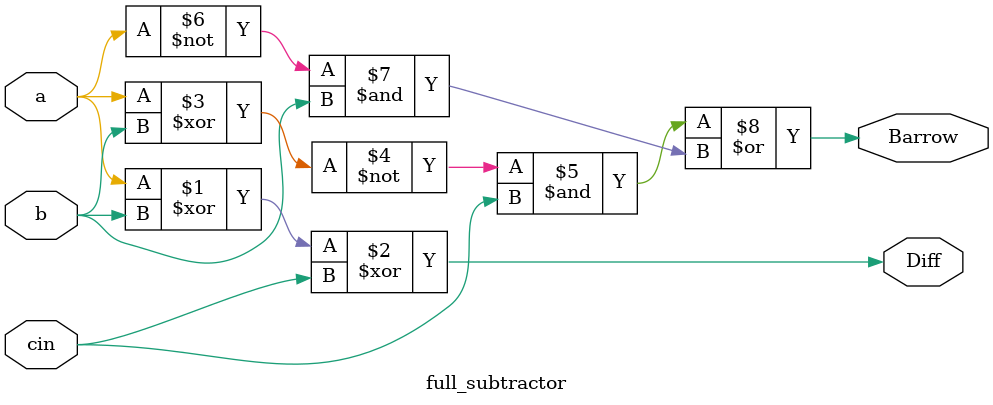
<source format=v>
`timescale 1ns / 1ps

module full_subtractor(
    input a,
    input b,
    input cin,
    output  Diff,Barrow
    );
assign Diff=a^b^cin;
assign Barrow=(~(a^b))&cin|~a&b;
endmodule

</source>
